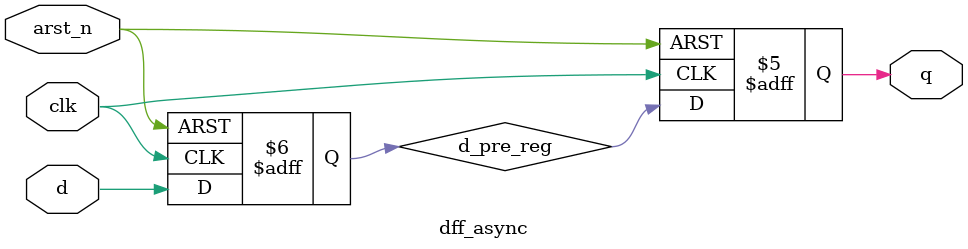
<source format=sv>
module dff_async (
    input wire clk,    // Clock input
    input wire arst_n, // Active-low asynchronous reset
    input wire d,      // Data input
    output reg q       // Output register
);

    // Pre-registered data signal to optimize timing path
    reg d_pre_reg;
    
    // First stage: pre-register the input data
    always @(posedge clk or negedge arst_n) begin
        if (!arst_n)
            d_pre_reg <= 1'b0;
        else
            d_pre_reg <= d;
    end
    
    // Second stage: final output register
    always @(posedge clk or negedge arst_n) begin
        if (!arst_n)
            q <= 1'b0;
        else
            q <= d_pre_reg;
    end

endmodule
</source>
